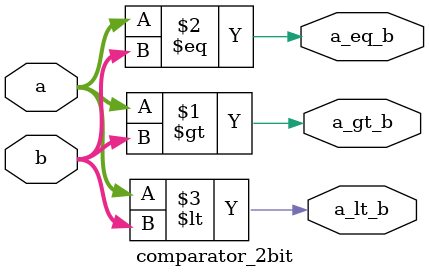
<source format=v>
module comparator_2bit(input [1:0] a, b, output a_gt_b, a_eq_b, a_lt_b);
  assign a_gt_b = (a > b);
  assign a_eq_b = (a == b);
  assign a_lt_b = (a < b);
endmodule


</source>
